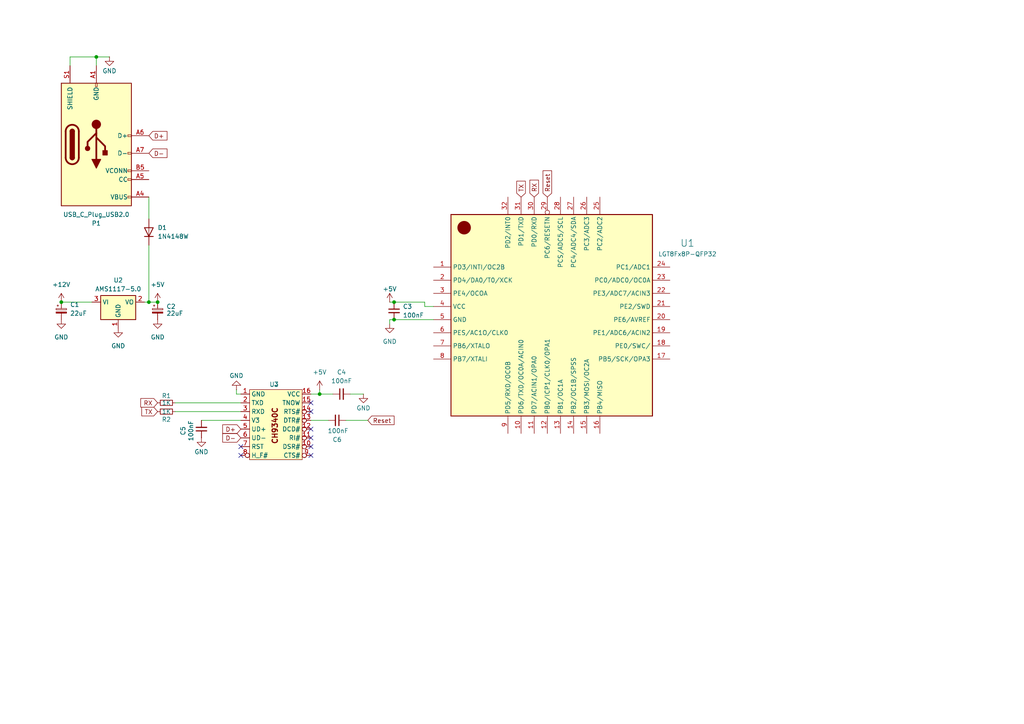
<source format=kicad_sch>
(kicad_sch (version 20231120) (generator "eeschema") (generator_version "8.0")
  (paper "A4")
  (lib_symbols
    (symbol "Connector:USB_C_Plug_USB2.0" (pin_names (offset 1.016))
      (property "Reference" "P" (at -10.16 19.05 0))
      (property "Value" "USB_C_Plug_USB2.0" (at 12.7 19.05 0))
      (symbol "USB_C_Plug_USB2.0_0_0"
        (rectangle (start -0.254 -17.78) (end 0.254 -16.764))
        (rectangle (start 10.16 -2.286) (end 9.144 -2.794))
        (rectangle (start 10.16 2.794) (end 9.144 2.286))
        (rectangle (start 10.16 7.874) (end 9.144 7.366))
        (rectangle (start 10.16 10.414) (end 9.144 9.906))
        (rectangle (start 10.16 15.494) (end 9.144 14.986))
      )
      (symbol "USB_C_Plug_USB2.0_0_1"
        (rectangle (start -10.16 17.78) (end 10.16 -17.78) (stroke (width 0.254)) (fill (type background)))
        (arc (start -8.89 -3.81) (mid -6.985 -5.7067) (end -5.08 -3.81) (stroke (width 0.508)))
        (arc (start -7.62 -3.81) (mid -6.985 -4.4423) (end -6.35 -3.81) (stroke (width 0.254)))
        (arc (start -7.62 -3.81) (mid -6.985 -4.4423) (end -6.35 -3.81) (stroke (width 0.254)) (fill (type outline)))
        (rectangle (start -7.62 -3.81) (end -6.35 3.81) (stroke (width 0.254)) (fill (type outline)))
        (arc (start -6.35 3.81) (mid -6.985 4.4423) (end -7.62 3.81) (stroke (width 0.254)))
        (arc (start -6.35 3.81) (mid -6.985 4.4423) (end -7.62 3.81) (stroke (width 0.254)) (fill (type outline)))
        (arc (start -5.08 3.81) (mid -6.985 5.7067) (end -8.89 3.81) (stroke (width 0.508)))
        (circle (center -2.54 1.143) (radius 0.635) (stroke (width 0.254)) (fill (type outline)))
        (circle (center 0 -5.842) (radius 1.27) (fill (type outline)))
        (polyline (pts (xy -8.89 -3.81) (xy -8.89 3.81)) (stroke (width 0.508)))
        (polyline (pts (xy -5.08 3.81) (xy -5.08 -3.81)) (stroke (width 0.508)))
        (polyline (pts (xy 0 -5.842) (xy 0 4.318)) (stroke (width 0.508)))
        (polyline (pts (xy 0 -3.302) (xy -2.54 -0.762) (xy -2.54 0.508)) (stroke (width 0.508)))
        (polyline (pts (xy 0 -2.032) (xy 2.54 0.508) (xy 2.54 1.778)) (stroke (width 0.508)))
        (polyline (pts (xy -1.27 4.318) (xy 0 6.858) (xy 1.27 4.318) (xy -1.27 4.318)) (stroke (width 0.254)) (fill (type outline)))
        (rectangle (start 1.905 1.778) (end 3.175 3.048) (stroke (width 0.254)) (fill (type outline)))
      )
      (symbol "USB_C_Plug_USB2.0_1_1"
        (pin passive line (at 0 -22.86 90) (length 5.08) (name "GND") (number "A1"))
        (pin passive line (at 0 -22.86 90) (length 5.08) hide (name "GND") (number "A12"))
        (pin passive line (at 15.24 15.24 180) (length 5.08) (name "VBUS") (number "A4"))
        (pin bidirectional line (at 15.24 10.16 180) (length 5.08) (name "CC") (number "A5"))
        (pin bidirectional line (at 15.24 -2.54 180) (length 5.08) (name "D+") (number "A6"))
        (pin bidirectional line (at 15.24 2.54 180) (length 5.08) (name "D-") (number "A7"))
        (pin passive line (at 15.24 15.24 180) (length 5.08) hide (name "VBUS") (number "A9"))
        (pin passive line (at 0 -22.86 90) (length 5.08) hide (name "GND") (number "B1"))
        (pin passive line (at 0 -22.86 90) (length 5.08) hide (name "GND") (number "B12"))
        (pin passive line (at 15.24 15.24 180) (length 5.08) hide (name "VBUS") (number "B4"))
        (pin bidirectional line (at 15.24 7.62 180) (length 5.08) (name "VCONN") (number "B5"))
        (pin passive line (at 15.24 15.24 180) (length 5.08) hide (name "VBUS") (number "B9"))
        (pin passive line (at -7.62 -22.86 90) (length 5.08) (name "SHIELD") (number "S1"))
      )
    )
    (symbol "Device:C_Polarized_Small" (pin_numbers hide) (pin_names (offset 0.254) hide)
      (property "Reference" "C" (at 0.254 1.778 0))
      (property "Value" "C_Polarized_Small" (at 0.254 -2.032 0))
      (symbol "C_Polarized_Small_0_1"
        (rectangle (start -1.524 -0.3048) (end 1.524 -0.6858) (fill (type outline)))
        (rectangle (start -1.524 0.6858) (end 1.524 0.3048))
        (polyline (pts (xy -1.27 1.524) (xy -0.762 1.524)))
        (polyline (pts (xy -1.016 1.27) (xy -1.016 1.778)))
      )
      (symbol "C_Polarized_Small_1_1"
        (pin passive line (at 0 2.54 270) (length 1.8542) (name "~") (number "1"))
        (pin passive line (at 0 -2.54 90) (length 1.8542) (name "~") (number "2"))
      )
    )
    (symbol "Device:C_Small" (pin_numbers hide) (pin_names (offset 0.254) hide)
      (property "Reference" "C" (at 0.254 1.778 0))
      (property "Value" "C_Small" (at 0.254 -2.032 0))
      (symbol "C_Small_0_1"
        (polyline (pts (xy -1.524 -0.508) (xy 1.524 -0.508)) (stroke (width 0.3302)))
        (polyline (pts (xy -1.524 0.508) (xy 1.524 0.508)) (stroke (width 0.3048)))
      )
      (symbol "C_Small_1_1"
        (pin passive line (at 0 2.54 270) (length 2.032) (name "~") (number "1"))
        (pin passive line (at 0 -2.54 90) (length 2.032) (name "~") (number "2"))
      )
    )
    (symbol "Device:R_Small" (pin_numbers hide) (pin_names (offset 0.254) hide)
      (property "Reference" "R" (at 0.762 0.508 0))
      (property "Value" "R_Small" (at 0.762 -1.016 0))
      (symbol "R_Small_0_1"
        (rectangle (start -0.762 1.778) (end 0.762 -1.778) (stroke (width 0.2032)))
      )
      (symbol "R_Small_1_1"
        (pin passive line (at 0 2.54 270) (length 0.762) (name "~") (number "1"))
        (pin passive line (at 0 -2.54 90) (length 0.762) (name "~") (number "2"))
      )
    )
    (symbol "Diode:1N4148W" (pin_numbers hide) (pin_names hide)
      (property "Reference" "D" (at 0 2.54 0))
      (property "Value" "1N4148W" (at 0 -2.54 0))
      (symbol "1N4148W_0_1"
        (polyline (pts (xy -1.27 1.27) (xy -1.27 -1.27)) (stroke (width 0.254)))
        (polyline (pts (xy 1.27 0) (xy -1.27 0)))
        (polyline (pts (xy 1.27 1.27) (xy 1.27 -1.27) (xy -1.27 0) (xy 1.27 1.27)) (stroke (width 0.254)))
      )
      (symbol "1N4148W_1_1"
        (pin passive line (at -3.81 0 0) (length 2.54) (name "K") (number "1"))
        (pin passive line (at 3.81 0 180) (length 2.54) (name "A") (number "2"))
      )
    )
    (symbol "Regulator_Linear:AMS1117-5.0"
      (property "Reference" "U" (at -3.81 3.175 0))
      (property "Value" "AMS1117-5.0" (at 0 3.175 0))
      (symbol "AMS1117-5.0_0_1"
        (rectangle (start -5.08 -5.08) (end 5.08 1.905) (stroke (width 0.254)) (fill (type background)))
      )
      (symbol "AMS1117-5.0_1_1"
        (pin power_in line (at 0 -7.62 90) (length 2.54) (name "GND") (number "1"))
        (pin power_out line (at 7.62 0 180) (length 2.54) (name "VO") (number "2"))
        (pin power_in line (at -7.62 0 0) (length 2.54) (name "VI") (number "3"))
      )
    )
    (symbol "lgt8fx:LGT8Fx8P-QFP32"
      (property "Reference" "U" (at -25.4 30.48 0))
      (property "Value" "LGT8Fx8P-QFP32" (at -1.27 -2.54 0))
      (symbol "LGT8Fx8P-QFP32_0_0"
        (pin bidirectional line (at -8.89 -35.56 90) (length 5.08) (name "PD6/TXD/OC0A/ACIN0") (number "10"))
        (pin bidirectional line (at -5.08 -35.56 90) (length 5.08) (name "PD7/ACIN1/OPA0") (number "11"))
        (pin bidirectional line (at -1.27 -35.56 90) (length 5.08) (name "PB0/ICP1/CLK0/OPA1") (number "12"))
        (pin bidirectional line (at 2.54 -35.56 90) (length 5.08) (name "PB1/OC1A") (number "13"))
        (pin bidirectional line (at 6.35 -35.56 90) (length 5.08) (name "PB2/OC1B/SPSS") (number "14"))
        (pin bidirectional line (at 10.16 -35.56 90) (length 5.08) (name "PB3/MOSI/OC2A") (number "15"))
        (pin bidirectional line (at 13.97 -35.56 90) (length 5.08) (name "PB4/MISO") (number "16"))
        (pin bidirectional line (at 34.29 -13.97 180) (length 5.08) (name "PB5/SCK/OPA3") (number "17"))
        (pin bidirectional line (at 34.29 -10.16 180) (length 5.08) (name "PE0/SWC/") (number "18"))
        (pin bidirectional line (at 34.29 -6.35 180) (length 5.08) (name "PE1/ADC6/ACIN2") (number "19"))
        (pin bidirectional line (at -34.29 8.89 0) (length 5.08) (name "PD4/DA0/T0/XCK") (number "2"))
        (pin bidirectional line (at 34.29 -2.54 180) (length 5.08) (name "PE6/AVREF") (number "20"))
        (pin bidirectional line (at 34.29 1.27 180) (length 5.08) (name "PE2/SWD") (number "21"))
        (pin bidirectional line (at 34.29 5.08 180) (length 5.08) (name "PE3/ADC7/ACIN3") (number "22"))
        (pin bidirectional line (at 34.29 8.89 180) (length 5.08) (name "PC0/ADC0/OC0A") (number "23"))
        (pin bidirectional line (at 34.29 12.7 180) (length 5.08) (name "PC1/ADC1") (number "24"))
        (pin bidirectional line (at 13.97 33.02 270) (length 5.08) (name "PC2/ADC2") (number "25"))
        (pin bidirectional line (at 10.16 33.02 270) (length 5.08) (name "PC3/ADC3") (number "26"))
        (pin bidirectional line (at 6.35 33.02 270) (length 5.08) (name "PC4/ADC4/SDA") (number "27"))
        (pin bidirectional line (at 2.54 33.02 270) (length 5.08) (name "PCS/ADC5/SCL") (number "28"))
        (pin bidirectional inverted (at -1.27 33.02 270) (length 5.08) (name "PC6/RESETN") (number "29"))
        (pin bidirectional line (at -34.29 5.08 0) (length 5.08) (name "PE4/OCOA") (number "3"))
        (pin bidirectional line (at -5.08 33.02 270) (length 5.08) (name "PD0/RXD") (number "30"))
        (pin bidirectional line (at -8.89 33.02 270) (length 5.08) (name "PD1/TXD") (number "31"))
        (pin bidirectional line (at -12.7 33.02 270) (length 5.08) (name "PD2/INT0") (number "32"))
        (pin power_in line (at -34.29 1.27 0) (length 5.08) (name "VCC") (number "4"))
        (pin power_in line (at -34.29 -2.54 0) (length 5.08) (name "GND") (number "5"))
        (pin bidirectional line (at -34.29 -6.35 0) (length 5.08) (name "PES/AC1O/CLK0") (number "6"))
        (pin bidirectional line (at -34.29 -10.16 0) (length 5.08) (name "PB6/XTALO") (number "7"))
        (pin bidirectional line (at -34.29 -13.97 0) (length 5.08) (name "PB7/XTALI") (number "8"))
        (pin bidirectional line (at -12.7 -35.56 90) (length 5.08) (name "PD5/RXD/OC0B") (number "9"))
      )
      (symbol "LGT8Fx8P-QFP32_0_1"
        (circle (center -25.4 24.13) (radius 1.8034) (stroke (width 0.3048)) (fill (type outline)))
        (rectangle (start 29.21 -30.48) (end -29.21 27.94) (stroke (width 0.3048)) (fill (type background)))
      )
      (symbol "LGT8Fx8P-QFP32_1_1"
        (pin bidirectional line (at -34.29 12.7 0) (length 5.08) (name "PD3/INTI/OC2B") (number "1"))
      )
    )
    (symbol "olxa:CH9340C"
      (property "Reference" "U" (at 1.778 2.032 0))
      (symbol "CH9340C_1_1"
        (rectangle (start -5.08 0) (end 10.16 -20.32) (fill (type background)))
        (text "CH9340C" (at 2.286 -10.414 900) (effects (font (size 1.524 1.524) (thickness 0.3048) (bold yes))))
        (pin power_in line (at -7.62 -1.27 0) (length 2.54) (name "GND") (number "1"))
        (pin input inverted (at 12.7 -16.51 180) (length 2.54) (name "DSR#") (number "10"))
        (pin input inverted (at 12.7 -13.97 180) (length 2.54) (name "RI#") (number "11"))
        (pin input inverted (at 12.7 -11.43 180) (length 2.54) (name "DCD#") (number "12"))
        (pin input inverted (at 12.7 -8.89 180) (length 2.54) (name "DTR#") (number "13"))
        (pin input inverted (at 12.7 -6.35 180) (length 2.54) (name "RTS#") (number "14"))
        (pin output line (at 12.7 -3.81 180) (length 2.54) (name "TNOW") (number "15"))
        (pin power_in line (at 12.7 -1.27 180) (length 2.54) (name "VCC") (number "16"))
        (pin output line (at -7.62 -3.81 0) (length 2.54) (name "TXD") (number "2"))
        (pin input line (at -7.62 -6.35 0) (length 2.54) (name "RXD") (number "3"))
        (pin power_in line (at -7.62 -8.89 0) (length 2.54) (name "V3") (number "4"))
        (pin bidirectional line (at -7.62 -11.43 0) (length 2.54) (name "UD+") (number "5"))
        (pin bidirectional line (at -7.62 -13.97 0) (length 2.54) (name "UD-") (number "6"))
        (pin input line (at -7.62 -16.51 0) (length 2.54) (name "RST") (number "7"))
        (pin input inverted (at -7.62 -19.05 0) (length 2.54) (name "H_F#") (number "8"))
        (pin input inverted (at 12.7 -19.05 180) (length 2.54) (name "CTS#") (number "9"))
      )
    )
    (symbol "power:+12V" (power) (pin_numbers hide) (pin_names (offset 0) hide)
      (property "Value" "+12V" (at 0 3.556 0))
      (symbol "+12V_0_1"
        (polyline (pts (xy -0.762 1.27) (xy 0 2.54)))
        (polyline (pts (xy 0 0) (xy 0 2.54)))
        (polyline (pts (xy 0 2.54) (xy 0.762 1.27)))
      )
      (symbol "+12V_1_1"
        (pin power_in line (at 0 0 90) (length 0) (name "~") (number "1"))
      )
    )
    (symbol "power:+5V" (power) (pin_numbers hide) (pin_names (offset 0) hide)
      (property "Value" "+5V" (at 0 3.556 0))
      (symbol "+5V_0_1"
        (polyline (pts (xy -0.762 1.27) (xy 0 2.54)))
        (polyline (pts (xy 0 0) (xy 0 2.54)))
        (polyline (pts (xy 0 2.54) (xy 0.762 1.27)))
      )
      (symbol "+5V_1_1"
        (pin power_in line (at 0 0 90) (length 0) (name "~") (number "1"))
      )
    )
    (symbol "power:GND" (power) (pin_numbers hide) (pin_names (offset 0) hide)
      (property "Value" "GND" (at 0 -3.81 0))
      (symbol "GND_0_1"
        (polyline (pts (xy 0 0) (xy 0 -1.27) (xy 1.27 -1.27) (xy 0 -2.54) (xy -1.27 -1.27) (xy 0 -1.27)))
      )
      (symbol "GND_1_1"
        (pin power_in line (at 0 0 270) (length 0) (name "~") (number "1"))
      )
    )
  )
  (junction (at 114.3 92.71))
  (junction (at 114.3 87.63))
  (junction (at 17.78 87.63))
  (junction (at 92.71 114.3))
  (junction (at 43.18 87.63))
  (junction (at 45.72 87.63))
  (junction (at 27.94 16.51))
  (no_connect (at 69.85 129.54))
  (no_connect (at 90.17 127))
  (no_connect (at 90.17 124.46))
  (no_connect (at 90.17 116.84))
  (no_connect (at 90.17 119.38))
  (no_connect (at 69.85 132.08))
  (no_connect (at 90.17 129.54))
  (no_connect (at 90.17 132.08))
  (wire (pts (xy 20.32 16.51) (xy 27.94 16.51)))
  (wire (pts (xy 43.18 71.12) (xy 43.18 87.63)))
  (wire (pts (xy 123.19 87.63) (xy 123.19 88.9)))
  (wire (pts (xy 92.71 113.03) (xy 92.71 114.3)))
  (wire (pts (xy 101.6 114.3) (xy 105.41 114.3)))
  (wire (pts (xy 90.17 121.92) (xy 95.25 121.92)))
  (wire (pts (xy 43.18 57.15) (xy 43.18 63.5)))
  (wire (pts (xy 92.71 114.3) (xy 96.52 114.3)))
  (wire (pts (xy 113.03 92.71) (xy 113.03 93.98)))
  (wire (pts (xy 123.19 88.9) (xy 125.73 88.9)))
  (wire (pts (xy 31.75 16.51) (xy 27.94 16.51)))
  (wire (pts (xy 50.8 116.84) (xy 69.85 116.84)))
  (wire (pts (xy 100.33 121.92) (xy 106.68 121.92)))
  (wire (pts (xy 43.18 87.63) (xy 45.72 87.63)))
  (wire (pts (xy 50.8 119.38) (xy 69.85 119.38)))
  (wire (pts (xy 17.78 87.63) (xy 26.67 87.63)))
  (wire (pts (xy 20.32 19.05) (xy 20.32 16.51)))
  (wire (pts (xy 114.3 92.71) (xy 113.03 92.71)))
  (wire (pts (xy 114.3 87.63) (xy 123.19 87.63)))
  (wire (pts (xy 27.94 16.51) (xy 27.94 19.05)))
  (wire (pts (xy 113.03 87.63) (xy 114.3 87.63)))
  (wire (pts (xy 69.85 114.3) (xy 68.58 114.3)))
  (wire (pts (xy 68.58 114.3) (xy 68.58 113.03)))
  (wire (pts (xy 58.42 121.92) (xy 69.85 121.92)))
  (wire (pts (xy 114.3 92.71) (xy 125.73 92.71)))
  (wire (pts (xy 92.71 114.3) (xy 90.17 114.3)))
  (wire (pts (xy 41.91 87.63) (xy 43.18 87.63)))
  (global_label "Reset" (shape input) (at 106.68 121.92 0) (property "Intersheetrefs" "${INTERSHEET_REFS}" (effects (hide yes))))
  (global_label "D+" (shape input) (at 69.85 124.46 180) (property "Intersheetrefs" "${INTERSHEET_REFS}" (effects (hide yes))))
  (global_label "TX" (shape input) (at 45.72 119.38 180) (property "Intersheetrefs" "${INTERSHEET_REFS}" (effects (hide yes))))
  (global_label "D+" (shape input) (at 43.18 39.37 0) (property "Intersheetrefs" "${INTERSHEET_REFS}" (effects (hide yes))))
  (global_label "D-" (shape input) (at 69.85 127 180) (property "Intersheetrefs" "${INTERSHEET_REFS}" (effects (hide yes))))
  (global_label "Reset" (shape input) (at 158.75 57.15 90) (property "Intersheetrefs" "${INTERSHEET_REFS}" (effects (hide yes))))
  (global_label "RX" (shape input) (at 45.72 116.84 180) (property "Intersheetrefs" "${INTERSHEET_REFS}" (effects (hide yes))))
  (global_label "D-" (shape input) (at 43.18 44.45 0) (property "Intersheetrefs" "${INTERSHEET_REFS}" (effects (hide yes))))
  (global_label "TX" (shape input) (at 151.13 57.15 90) (property "Intersheetrefs" "${INTERSHEET_REFS}" (effects (hide yes))))
  (global_label "RX" (shape input) (at 154.94 57.15 90) (property "Intersheetrefs" "${INTERSHEET_REFS}" (effects (hide yes))))
  (symbol (lib_id "power:GND") (at 68.58 113.03 180) (unit 1)
    (property "Reference" "#PWR011" (effects (hide yes)))
    (property "Value" "GND" (at 68.58 108.966 0))
    (property "Description" "Power symbol creates a global label with name \"GND\" , ground" (effects (hide yes)))
  )
  (symbol (lib_id "Device:R_Small") (at 48.26 119.38 90) (unit 1)
    (property "Reference" "R2" (at 48.26 121.666 90))
    (property "Value" "1K" (at 48.26 119.38 90))
    (property "Footprint" "Resistor_SMD:R_0805_2012Metric" (effects (hide yes)))
    (property "Description" "Resistor, small symbol" (effects (hide yes)))
  )
  (symbol (lib_id "Regulator_Linear:AMS1117-5.0") (at 34.29 87.63 0) (unit 1)
    (property "Reference" "U2" (at 34.29 81.28 0))
    (property "Value" "AMS1117-5.0" (at 34.29 83.82 0))
    (property "Footprint" "Package_TO_SOT_SMD:SOT-223-3_TabPin2" (effects (hide yes)))
    (property "Datasheet" "http://www.advanced-monolithic.com/pdf/ds1117.pdf" (effects (hide yes)))
    (property "Description" "1A Low Dropout regulator, positive, 5.0V fixed output, SOT-223" (effects (hide yes)))
  )
  (symbol (lib_id "Device:R_Small") (at 48.26 116.84 90) (unit 1)
    (property "Reference" "R1" (at 48.26 114.808 90))
    (property "Value" "1K" (at 48.26 116.84 90))
    (property "Footprint" "Resistor_SMD:R_0805_2012Metric" (effects (hide yes)))
    (property "Description" "Resistor, small symbol" (effects (hide yes)))
  )
  (symbol (lib_id "power:GND") (at 31.75 16.51 0) (unit 1)
    (property "Reference" "#PWR012" (effects (hide yes)))
    (property "Value" "GND" (at 31.75 20.574 0))
    (property "Description" "Power symbol creates a global label with name \"GND\" , ground" (effects (hide yes)))
  )
  (symbol (lib_id "Device:C_Small") (at 97.79 121.92 270) (unit 1)
    (property "Reference" "C6" (at 97.79 127.508 90))
    (property "Value" "100nF" (at 98.044 124.968 90))
    (property "Footprint" "Capacitor_SMD:C_0805_2012Metric" (effects (hide yes)))
    (property "Description" "Unpolarized capacitor, small symbol" (effects (hide yes)))
  )
  (symbol (lib_id "lgt8fx:LGT8Fx8P-QFP32") (at 160.02 90.17 0) (unit 1)
    (property "Reference" "U1" (at 199.39 70.5165 0) (effects (font (size 2.0066 2.0066))))
    (property "Value" "LGT8Fx8P-QFP32" (at 199.39 73.6914 0))
    (property "Footprint" "Package_QFP:LQFP-32_7x7mm_P0.8mm" (effects (hide yes)))
    (property "Datasheet" "https://github.com/dbuezas/lgt8fx/raw/master/docs/LGT8FX8P_databook_v1.0.5-English.pdf" (effects (hide yes)))
    (property "Description" "Logic Green Technologies Co., LTD RISC Microcontroller with In-System Programmable FLASH Memory" (effects (hide yes)))
  )
  (symbol (lib_id "power:+5V") (at 113.03 87.63 0) (unit 1)
    (property "Reference" "#PWR02" (effects (hide yes)))
    (property "Value" "+5V" (at 113.03 83.82 0))
    (property "Description" "Power symbol creates a global label with name \"+5V\"" (effects (hide yes)))
  )
  (symbol (lib_id "Device:C_Small") (at 114.3 90.17 0) (unit 1)
    (property "Reference" "C3" (at 116.84 88.9062 0) (effects (justify left)))
    (property "Value" "100nF" (at 116.84 91.4462 0) (effects (justify left)))
    (property "Footprint" "Capacitor_SMD:C_0805_2012Metric" (effects (hide yes)))
    (property "Description" "Unpolarized capacitor, small symbol" (effects (hide yes)))
  )
  (symbol (lib_id "Connector:USB_C_Plug_USB2.0") (at 27.94 41.91 0) (mirror x) (unit 1)
    (property "Reference" "P1" (at 27.94 64.77 0))
    (property "Value" "USB_C_Plug_USB2.0" (at 27.94 62.23 0))
    (property "Footprint" "Connector_USB:USB_C_Receptacle_GCT_USB4105-xx-A_16P_TopMnt_Horizontal" (effects (hide yes)))
    (property "Datasheet" "https://www.usb.org/sites/default/files/documents/usb_type-c.zip" (effects (hide yes)))
    (property "Description" "USB 2.0-only Type-C Plug connector" (effects (hide yes)))
  )
  (symbol (lib_id "Device:C_Polarized_Small") (at 45.72 90.17 0) (unit 1)
    (property "Reference" "C2" (at 48.26 88.9 0) (effects (justify left)))
    (property "Value" "22uF" (at 48.26 90.8938 0) (effects (justify left)))
    (property "Description" "Polarized capacitor, small symbol" (effects (hide yes)))
  )
  (symbol (lib_id "power:+5V") (at 92.71 113.03 0) (unit 1)
    (property "Reference" "#PWR014" (effects (hide yes)))
    (property "Value" "+5V" (at 92.71 107.95 0))
    (property "Description" "Power symbol creates a global label with name \"+5V\"" (effects (hide yes)))
  )
  (symbol (lib_id "power:GND") (at 105.41 114.3 0) (unit 1)
    (property "Reference" "#PWR06" (effects (hide yes)))
    (property "Value" "GND" (at 105.41 118.364 0))
    (property "Description" "Power symbol creates a global label with name \"GND\" , ground" (effects (hide yes)))
  )
  (symbol (lib_id "power:GND") (at 17.78 92.71 0) (unit 1)
    (property "Reference" "#PWR04" (effects (hide yes)))
    (property "Value" "GND" (at 17.78 97.79 0))
    (property "Description" "Power symbol creates a global label with name \"GND\" , ground" (effects (hide yes)))
  )
  (symbol (lib_id "Device:C_Polarized_Small") (at 17.78 90.17 0) (unit 1)
    (property "Reference" "C1" (at 20.32 88.3538 0) (effects (justify left)))
    (property "Value" "22uF" (at 20.32 90.8938 0) (effects (justify left)))
    (property "Description" "Polarized capacitor, small symbol" (effects (hide yes)))
  )
  (symbol (lib_id "Device:C_Small") (at 99.06 114.3 90) (unit 1)
    (property "Reference" "C4" (at 99.0663 107.95 90))
    (property "Value" "100nF" (at 99.0663 110.49 90))
    (property "Footprint" "Capacitor_SMD:C_0805_2012Metric" (effects (hide yes)))
    (property "Description" "Unpolarized capacitor, small symbol" (effects (hide yes)))
  )
  (symbol (lib_id "power:+5V") (at 45.72 87.63 0) (unit 1)
    (property "Reference" "#PWR09" (effects (hide yes)))
    (property "Value" "+5V" (at 45.72 82.55 0))
    (property "Description" "Power symbol creates a global label with name \"+5V\"" (effects (hide yes)))
  )
  (symbol (lib_id "power:GND") (at 113.03 93.98 0) (unit 1)
    (property "Reference" "#PWR01" (effects (hide yes)))
    (property "Value" "GND" (at 113.03 99.06 0))
    (property "Description" "Power symbol creates a global label with name \"GND\" , ground" (effects (hide yes)))
  )
  (symbol (lib_id "power:+12V") (at 17.78 87.63 0) (unit 1)
    (property "Reference" "#PWR07" (effects (hide yes)))
    (property "Value" "+12V" (at 17.78 82.55 0))
    (property "Description" "Power symbol creates a global label with name \"+12V\"" (effects (hide yes)))
  )
  (symbol (lib_id "power:GND") (at 58.42 127 0) (unit 1)
    (property "Reference" "#PWR013" (effects (hide yes)))
    (property "Value" "GND" (at 58.42 131.064 0))
    (property "Description" "Power symbol creates a global label with name \"GND\" , ground" (effects (hide yes)))
  )
  (symbol (lib_id "Diode:1N4148W") (at 43.18 67.31 90) (unit 1)
    (property "Reference" "D1" (at 45.72 66.0399 90) (effects (justify right)))
    (property "Value" "1N4148W" (at 45.72 68.5799 90) (effects (justify right)))
    (property "Footprint" "Diode_SMD:D_SOD-123" (effects (hide yes)))
    (property "Datasheet" "https://www.vishay.com/docs/85748/1n4148w.pdf" (effects (hide yes)))
    (property "Description" "75V 0.15A Fast Switching Diode, SOD-123" (effects (hide yes)))
    (property "Sim.Device" "D" (effects (hide yes)))
    (property "Sim.Pins" "1=K 2=A" (effects (hide yes)))
  )
  (symbol (lib_id "olxa:CH9340C") (at 77.47 113.03 0) (unit 1)
    (property "Reference" "U3" (at 79.502 111.506 0))
    (property "Value" "~" (at 80.01 111.76 0))
    (property "Footprint" "Package_SO:SOP-16_3.9x9.9mm_P1.27mm" (effects (hide yes)))
    (property "Datasheet" "https://www.alldatasheet.com/datasheet-pdf/view/1148634/WCH/CH9340C.html" (effects (hide yes)))
  )
  (symbol (lib_id "power:GND") (at 34.29 95.25 0) (unit 1)
    (property "Reference" "#PWR03" (effects (hide yes)))
    (property "Value" "GND" (at 34.29 100.33 0))
    (property "Description" "Power symbol creates a global label with name \"GND\" , ground" (effects (hide yes)))
  )
  (symbol (lib_id "Device:C_Small") (at 58.42 124.46 180) (unit 1)
    (property "Reference" "C5" (at 53.086 124.968 90))
    (property "Value" "100nF" (at 55.372 124.968 90))
    (property "Footprint" "Capacitor_SMD:C_0805_2012Metric" (effects (hide yes)))
    (property "Description" "Unpolarized capacitor, small symbol" (effects (hide yes)))
  )
  (symbol (lib_id "power:GND") (at 45.72 92.71 0) (unit 1)
    (property "Reference" "#PWR05" (effects (hide yes)))
    (property "Value" "GND" (at 45.72 97.79 0))
    (property "Description" "Power symbol creates a global label with name \"GND\" , ground" (effects (hide yes)))
  )
)
</source>
